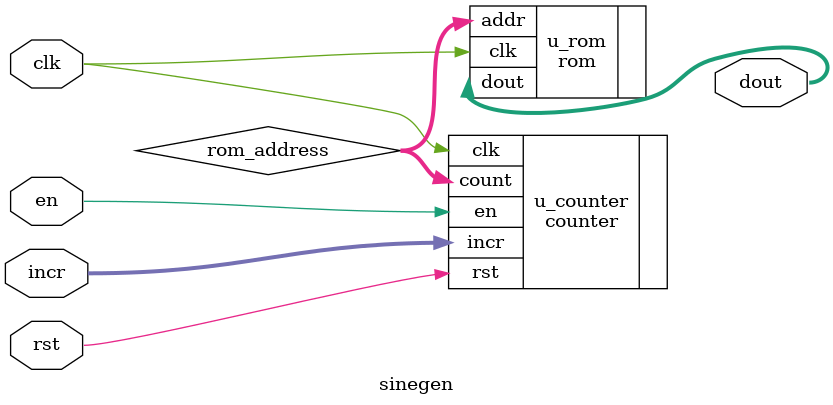
<source format=sv>
module sinegen (
    input logic clk, 
    input logic rst, 
    input logic en, 
    input logic [7:0] incr,
    output logic [7:0] dout
);

    //This connects the counter's output to the ROM's input
    logic [7:0] rom_address;

    //We connect this file's top-level inputs
    //and it's output to oour internal wire
    counter u_counter (
        .clk(clk),
        .rst(rst),
        .en(en),
        .incr(incr),
        .count(rom_address) //Output goes to the wire
    );

    //Finally, we instantiate the ROM
    //We connect its clock, its address input
    //From out internal wire, and its output to the top-level output
    rom u_rom (
        .clk(clk),
        .addr(rom_address), //Input comes from the wire
        .dout(dout) 
    );

endmodule



</source>
